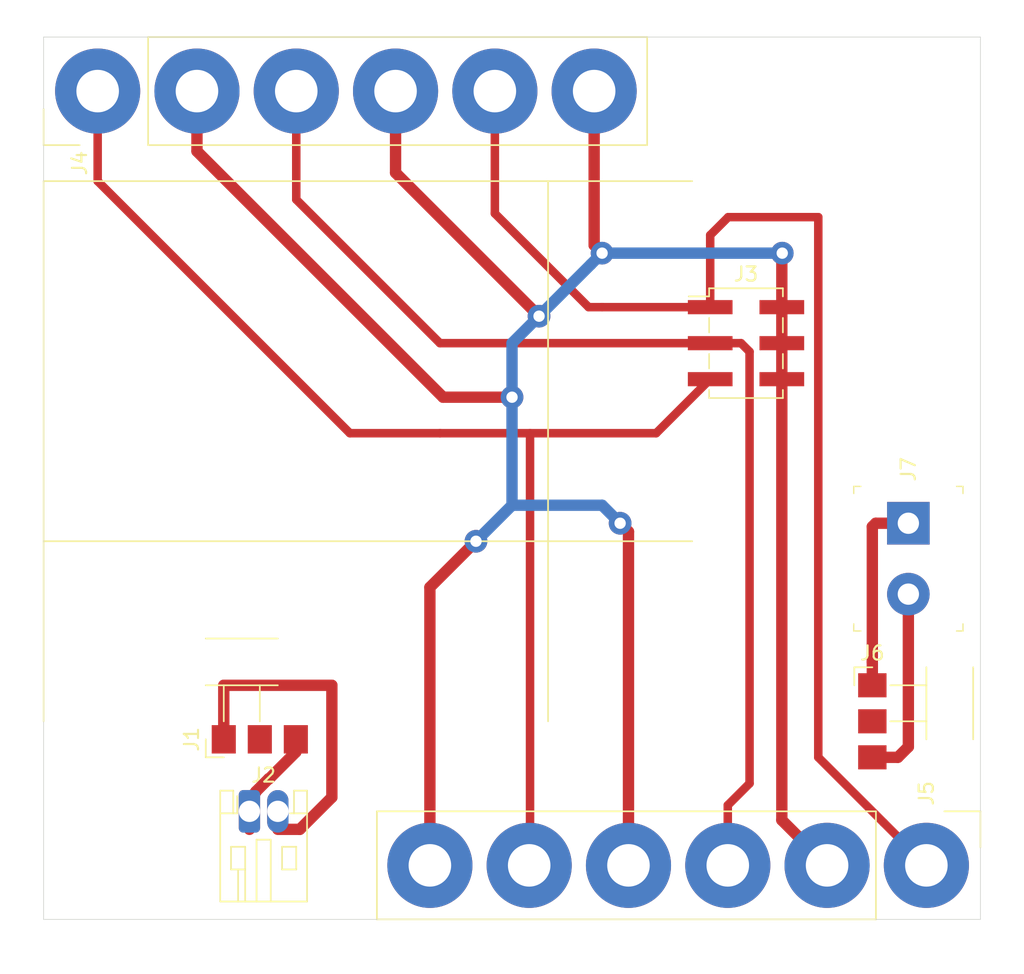
<source format=kicad_pcb>
(kicad_pcb (version 20171130) (host pcbnew "(5.1.5-0)")

  (general
    (thickness 1.6)
    (drawings 13)
    (tracks 77)
    (zones 0)
    (modules 7)
    (nets 9)
  )

  (page A4)
  (layers
    (0 F.Cu signal)
    (31 B.Cu signal)
    (32 B.Adhes user)
    (33 F.Adhes user)
    (34 B.Paste user)
    (35 F.Paste user)
    (36 B.SilkS user)
    (37 F.SilkS user)
    (38 B.Mask user)
    (39 F.Mask user)
    (40 Dwgs.User user hide)
    (41 Cmts.User user)
    (42 Eco1.User user)
    (43 Eco2.User user)
    (44 Edge.Cuts user)
    (45 Margin user)
    (46 B.CrtYd user)
    (47 F.CrtYd user)
    (48 B.Fab user)
    (49 F.Fab user)
  )

  (setup
    (last_trace_width 0.6)
    (trace_clearance 0.4)
    (zone_clearance 0.508)
    (zone_45_only no)
    (trace_min 0.2)
    (via_size 1.6)
    (via_drill 0.8)
    (via_min_size 0.4)
    (via_min_drill 0.3)
    (uvia_size 0.3)
    (uvia_drill 0.1)
    (uvias_allowed no)
    (uvia_min_size 0.2)
    (uvia_min_drill 0.1)
    (edge_width 0.05)
    (segment_width 0.2)
    (pcb_text_width 0.3)
    (pcb_text_size 1.5 1.5)
    (mod_edge_width 0.12)
    (mod_text_size 1 1)
    (mod_text_width 0.15)
    (pad_size 1.524 1.524)
    (pad_drill 0.762)
    (pad_to_mask_clearance 0.051)
    (solder_mask_min_width 0.25)
    (aux_axis_origin 0 0)
    (visible_elements FFFFFF7F)
    (pcbplotparams
      (layerselection 0x010fc_ffffffff)
      (usegerberextensions false)
      (usegerberattributes false)
      (usegerberadvancedattributes false)
      (creategerberjobfile false)
      (excludeedgelayer true)
      (linewidth 0.100000)
      (plotframeref false)
      (viasonmask false)
      (mode 1)
      (useauxorigin false)
      (hpglpennumber 1)
      (hpglpenspeed 20)
      (hpglpendiameter 15.000000)
      (psnegative false)
      (psa4output false)
      (plotreference true)
      (plotvalue true)
      (plotinvisibletext false)
      (padsonsilk false)
      (subtractmaskfromsilk false)
      (outputformat 1)
      (mirror false)
      (drillshape 1)
      (scaleselection 1)
      (outputdirectory ""))
  )

  (net 0 "")
  (net 1 /BAT-)
  (net 2 /BAT+)
  (net 3 /Pre_Vol+)
  (net 4 /Play_Stop)
  (net 5 /Next_Vol-)
  (net 6 /GND)
  (net 7 /SP+)
  (net 8 /SP-)

  (net_class Default "This is the default net class."
    (clearance 0.4)
    (trace_width 0.6)
    (via_dia 1.6)
    (via_drill 0.8)
    (uvia_dia 0.3)
    (uvia_drill 0.1)
    (add_net /Next_Vol-)
    (add_net /Play_Stop)
    (add_net /Pre_Vol+)
  )

  (net_class Power ""
    (clearance 0.4)
    (trace_width 0.8)
    (via_dia 1.6)
    (via_drill 0.8)
    (uvia_dia 0.3)
    (uvia_drill 0.1)
    (add_net /BAT+)
    (add_net /BAT-)
    (add_net /GND)
    (add_net /SP+)
    (add_net /SP-)
  )

  (module custom-footprints:PinHeader_1x06_P7mm_I3mm_Vertical (layer F.Cu) (tedit 5F858E42) (tstamp 5F859F92)
    (at 123.19 -6.35 90)
    (descr "Through hole straight pin header, 1x07, 2.54mm pitch, single row")
    (tags "Through hole pin header THT 1x07 2.54mm single row")
    (path /5FA79C2F)
    (fp_text reference J4 (at -5.08 -1.27 90) (layer F.SilkS)
      (effects (font (size 1 1) (thickness 0.15)))
    )
    (fp_text value IO_Sew_Top_1x6 (at -5.08 27.94 180) (layer F.Fab)
      (effects (font (size 1 1) (thickness 0.15)))
    )
    (fp_line (start -3.81 -3.81) (end -1.27 -3.81) (layer F.SilkS) (width 0.12))
    (fp_line (start -3.81 -1.27) (end -3.81 -3.81) (layer F.SilkS) (width 0.12))
    (fp_text user %R (at 0 7.62) (layer F.Fab)
      (effects (font (size 1 1) (thickness 0.15)))
    )
    (fp_line (start -3.81 3.556) (end 3.81 3.556) (layer F.SilkS) (width 0.12))
    (fp_line (start 3.81 3.556) (end 3.81 38.735) (layer F.SilkS) (width 0.12))
    (fp_line (start -3.81 3.556) (end -3.81 38.735) (layer F.SilkS) (width 0.12))
    (fp_line (start -3.81 38.735) (end 3.81 38.735) (layer F.SilkS) (width 0.12))
    (pad 6 thru_hole oval (at 0 35 90) (size 6 6) (drill 3) (layers *.Cu *.Mask)
      (net 6 /GND))
    (pad 5 thru_hole oval (at 0 28 90) (size 6 6) (drill 3) (layers *.Cu *.Mask)
      (net 5 /Next_Vol-))
    (pad 4 thru_hole oval (at 0 21 90) (size 6 6) (drill 3) (layers *.Cu *.Mask)
      (net 6 /GND))
    (pad 3 thru_hole oval (at 0 14 90) (size 6 6) (drill 3) (layers *.Cu *.Mask)
      (net 4 /Play_Stop))
    (pad 2 thru_hole oval (at 0 7 90) (size 6 6) (drill 3) (layers *.Cu *.Mask)
      (net 6 /GND))
    (pad 1 thru_hole oval (at 0 0 90) (size 6 6) (drill 3) (layers *.Cu *.Mask)
      (net 3 /Pre_Vol+))
    (model ${KISYS3DMOD}/Connector_PinHeader_2.54mm.3dshapes/PinHeader_1x07_P2.54mm_Vertical.wrl
      (at (xyz 0 0 0))
      (scale (xyz 1 1 1))
      (rotate (xyz 0 0 0))
    )
  )

  (module custom-footprints:PinHeader_1x06_P7mm_I3mm_Vertical (layer F.Cu) (tedit 5F858E42) (tstamp 5F859FA3)
    (at 181.61 48.26 270)
    (descr "Through hole straight pin header, 1x07, 2.54mm pitch, single row")
    (tags "Through hole pin header THT 1x07 2.54mm single row")
    (path /5FA84A36)
    (fp_text reference J5 (at -5.08 0 90) (layer F.SilkS)
      (effects (font (size 1 1) (thickness 0.15)))
    )
    (fp_text value IO_Sew_Bottom_1x6 (at -6.35 22.86) (layer F.Fab)
      (effects (font (size 1 1) (thickness 0.15)))
    )
    (fp_line (start -3.81 -3.81) (end -1.27 -3.81) (layer F.SilkS) (width 0.12))
    (fp_line (start -3.81 -1.27) (end -3.81 -3.81) (layer F.SilkS) (width 0.12))
    (fp_text user %R (at 0 7.62) (layer F.Fab)
      (effects (font (size 1 1) (thickness 0.15)))
    )
    (fp_line (start -3.81 3.556) (end 3.81 3.556) (layer F.SilkS) (width 0.12))
    (fp_line (start 3.81 3.556) (end 3.81 38.735) (layer F.SilkS) (width 0.12))
    (fp_line (start -3.81 3.556) (end -3.81 38.735) (layer F.SilkS) (width 0.12))
    (fp_line (start -3.81 38.735) (end 3.81 38.735) (layer F.SilkS) (width 0.12))
    (pad 6 thru_hole oval (at 0 35 270) (size 6 6) (drill 3) (layers *.Cu *.Mask)
      (net 6 /GND))
    (pad 5 thru_hole oval (at 0 28 270) (size 6 6) (drill 3) (layers *.Cu *.Mask)
      (net 3 /Pre_Vol+))
    (pad 4 thru_hole oval (at 0 21 270) (size 6 6) (drill 3) (layers *.Cu *.Mask)
      (net 6 /GND))
    (pad 3 thru_hole oval (at 0 14 270) (size 6 6) (drill 3) (layers *.Cu *.Mask)
      (net 4 /Play_Stop))
    (pad 2 thru_hole oval (at 0 7 270) (size 6 6) (drill 3) (layers *.Cu *.Mask)
      (net 6 /GND))
    (pad 1 thru_hole oval (at 0 0 270) (size 6 6) (drill 3) (layers *.Cu *.Mask)
      (net 5 /Next_Vol-))
    (model ${KISYS3DMOD}/Connector_PinHeader_2.54mm.3dshapes/PinHeader_1x07_P2.54mm_Vertical.wrl
      (at (xyz 0 0 0))
      (scale (xyz 1 1 1))
      (rotate (xyz 0 0 0))
    )
  )

  (module custom-footprints:Term_Block_1x2_P5mm_I1.5mm (layer F.Cu) (tedit 5F85922B) (tstamp 5F859FF7)
    (at 180.34 24.13 270)
    (descr http://www.on-shore.com/wp-content/uploads/2015/09/osttcxx0162.pdf)
    (path /5FA8FE82)
    (fp_text reference J7 (at -3.81 0 90) (layer F.SilkS)
      (effects (font (size 1 1) (thickness 0.15)))
    )
    (fp_text value Speaker_1x2 (at 2.05 5.05 90) (layer F.Fab)
      (effects (font (size 1 1) (thickness 0.15)))
    )
    (fp_line (start -2.5 -3.75) (end -2.5 3.75) (layer F.Fab) (width 0.1))
    (fp_line (start -2.75 -4) (end -2.75 4) (layer F.CrtYd) (width 0.05))
    (fp_line (start 7.5 -3.75) (end -2.5 -3.75) (layer F.Fab) (width 0.1))
    (fp_line (start 7.5 3.75) (end -2.5 3.75) (layer F.Fab) (width 0.1))
    (fp_line (start 7.5 -3.75) (end 7.5 3.75) (layer F.Fab) (width 0.1))
    (fp_line (start -2.75 4) (end 7.75 4) (layer F.CrtYd) (width 0.05))
    (fp_line (start 7.75 -4) (end 7.75 4) (layer F.CrtYd) (width 0.05))
    (fp_line (start -2.75 -4) (end 7.75 -4) (layer F.CrtYd) (width 0.05))
    (fp_line (start 7.6 -3.85) (end 7.1 -3.85) (layer F.SilkS) (width 0.1))
    (fp_line (start 7.6 -3.85) (end 7.6 -3.4) (layer F.SilkS) (width 0.1))
    (fp_line (start -2.6 -3.85) (end -2.6 -3.4) (layer F.SilkS) (width 0.1))
    (fp_line (start -2.6 -3.85) (end -2.1 -3.85) (layer F.SilkS) (width 0.1))
    (fp_line (start -2.6 3.85) (end -2.1 3.85) (layer F.SilkS) (width 0.1))
    (fp_line (start -2.6 3.85) (end -2.6 3.35) (layer F.SilkS) (width 0.1))
    (fp_line (start 7.6 3.85) (end 7.6 3.35) (layer F.SilkS) (width 0.1))
    (fp_line (start 7.6 3.85) (end 7.1 3.85) (layer F.SilkS) (width 0.1))
    (fp_text user %R (at 2.5 0 90) (layer F.Fab)
      (effects (font (size 1 1) (thickness 0.15)))
    )
    (pad 2 thru_hole circle (at 5 0 270) (size 3 3) (drill 1.5) (layers *.Cu *.Mask)
      (net 7 /SP+))
    (pad 1 thru_hole rect (at 0 0 270) (size 3 3) (drill 1.5) (layers *.Cu *.Mask)
      (net 8 /SP-))
  )

  (module custom-footprints:Female_Header_1x03_P2.54mm_Horizontal (layer F.Cu) (tedit 5F85993B) (tstamp 5F85B0AD)
    (at 132.08 39.37 90)
    (descr "Through hole angled pin header, 1x02, 2.54mm pitch, 6mm pin length, single row")
    (tags "Through hole angled pin header THT 1x02 2.54mm single row")
    (path /5FA780CA)
    (fp_text reference J1 (at 0 -2.27 90) (layer F.SilkS)
      (effects (font (size 1 1) (thickness 0.15)))
    )
    (fp_text value BAT_Translation_1x3 (at 5.08 5.08 180) (layer F.Fab)
      (effects (font (size 1 1) (thickness 0.15)))
    )
    (fp_line (start -0.32 -0.32) (end -0.32 0.32) (layer F.Fab) (width 0.1))
    (fp_line (start -0.32 2.22) (end -0.32 2.86) (layer F.Fab) (width 0.1))
    (fp_line (start -1.27 0) (end -1.27 -1.27) (layer F.SilkS) (width 0.12))
    (fp_line (start -1.27 -1.27) (end 0 -1.27) (layer F.SilkS) (width 0.12))
    (fp_line (start 3.81 -1.27) (end 3.81 3.81) (layer F.SilkS) (width 0.12))
    (fp_line (start 7.11 -1.27) (end 7.11 3.81) (layer F.SilkS) (width 0.12))
    (fp_line (start 1.27 0) (end 3.81 0) (layer F.SilkS) (width 0.12))
    (fp_line (start 1.27 2.54) (end 3.81 2.54) (layer F.SilkS) (width 0.12))
    (pad 1 smd rect (at 0 0 90) (size 2 1.7) (layers F.Cu F.Paste F.Mask)
      (net 1 /BAT-))
    (pad 2 smd rect (at 0 2.54 90) (size 2 1.7) (layers F.Cu F.Paste F.Mask))
    (pad 3 smd rect (at 0 5.08 90) (size 2 1.7) (layers F.Cu F.Paste F.Mask)
      (net 2 /BAT+))
    (model ${KISYS3DMOD}/Connector_PinHeader_2.54mm.3dshapes/PinHeader_1x02_P2.54mm_Horizontal.wrl
      (at (xyz 0 0 0))
      (scale (xyz 1 1 1))
      (rotate (xyz 0 0 0))
    )
  )

  (module custom-footprints:Female_Header_1x03_P2.54mm_Horizontal (layer F.Cu) (tedit 5F85993B) (tstamp 5F85B0BB)
    (at 177.8 35.56)
    (descr "Through hole angled pin header, 1x02, 2.54mm pitch, 6mm pin length, single row")
    (tags "Through hole angled pin header THT 1x02 2.54mm single row")
    (path /5FA8FE7B)
    (fp_text reference J6 (at 0 -2.27) (layer F.SilkS)
      (effects (font (size 1 1) (thickness 0.15)))
    )
    (fp_text value Speaker_Translation_1x3 (at -5.08 -2.54 90) (layer F.Fab)
      (effects (font (size 1 1) (thickness 0.15)))
    )
    (fp_line (start -0.32 -0.32) (end -0.32 0.32) (layer F.Fab) (width 0.1))
    (fp_line (start -0.32 2.22) (end -0.32 2.86) (layer F.Fab) (width 0.1))
    (fp_line (start -1.27 0) (end -1.27 -1.27) (layer F.SilkS) (width 0.12))
    (fp_line (start -1.27 -1.27) (end 0 -1.27) (layer F.SilkS) (width 0.12))
    (fp_line (start 3.81 -1.27) (end 3.81 3.81) (layer F.SilkS) (width 0.12))
    (fp_line (start 7.11 -1.27) (end 7.11 3.81) (layer F.SilkS) (width 0.12))
    (fp_line (start 1.27 0) (end 3.81 0) (layer F.SilkS) (width 0.12))
    (fp_line (start 1.27 2.54) (end 3.81 2.54) (layer F.SilkS) (width 0.12))
    (pad 1 smd rect (at 0 0) (size 2 1.7) (layers F.Cu F.Paste F.Mask)
      (net 8 /SP-))
    (pad 2 smd rect (at 0 2.54) (size 2 1.7) (layers F.Cu F.Paste F.Mask))
    (pad 3 smd rect (at 0 5.08) (size 2 1.7) (layers F.Cu F.Paste F.Mask)
      (net 7 /SP+))
    (model ${KISYS3DMOD}/Connector_PinHeader_2.54mm.3dshapes/PinHeader_1x02_P2.54mm_Horizontal.wrl
      (at (xyz 0 0 0))
      (scale (xyz 1 1 1))
      (rotate (xyz 0 0 0))
    )
  )

  (module Connector_PinHeader_2.54mm:PinHeader_2x03_P2.54mm_Vertical_SMD (layer F.Cu) (tedit 59FED5CC) (tstamp 5F85BA40)
    (at 168.895 11.43)
    (descr "surface-mounted straight pin header, 2x03, 2.54mm pitch, double rows")
    (tags "Surface mounted pin header SMD 2x03 2.54mm double row")
    (path /5FA99C31)
    (attr smd)
    (fp_text reference J3 (at 0 -4.87) (layer F.SilkS)
      (effects (font (size 1 1) (thickness 0.15)))
    )
    (fp_text value Buttom_Pads_2x3 (at 0 4.87) (layer F.Fab)
      (effects (font (size 1 1) (thickness 0.15)))
    )
    (fp_line (start 2.54 3.81) (end -2.54 3.81) (layer F.Fab) (width 0.1))
    (fp_line (start -1.59 -3.81) (end 2.54 -3.81) (layer F.Fab) (width 0.1))
    (fp_line (start -2.54 3.81) (end -2.54 -2.86) (layer F.Fab) (width 0.1))
    (fp_line (start -2.54 -2.86) (end -1.59 -3.81) (layer F.Fab) (width 0.1))
    (fp_line (start 2.54 -3.81) (end 2.54 3.81) (layer F.Fab) (width 0.1))
    (fp_line (start -2.54 -2.86) (end -3.6 -2.86) (layer F.Fab) (width 0.1))
    (fp_line (start -3.6 -2.86) (end -3.6 -2.22) (layer F.Fab) (width 0.1))
    (fp_line (start -3.6 -2.22) (end -2.54 -2.22) (layer F.Fab) (width 0.1))
    (fp_line (start 2.54 -2.86) (end 3.6 -2.86) (layer F.Fab) (width 0.1))
    (fp_line (start 3.6 -2.86) (end 3.6 -2.22) (layer F.Fab) (width 0.1))
    (fp_line (start 3.6 -2.22) (end 2.54 -2.22) (layer F.Fab) (width 0.1))
    (fp_line (start -2.54 -0.32) (end -3.6 -0.32) (layer F.Fab) (width 0.1))
    (fp_line (start -3.6 -0.32) (end -3.6 0.32) (layer F.Fab) (width 0.1))
    (fp_line (start -3.6 0.32) (end -2.54 0.32) (layer F.Fab) (width 0.1))
    (fp_line (start 2.54 -0.32) (end 3.6 -0.32) (layer F.Fab) (width 0.1))
    (fp_line (start 3.6 -0.32) (end 3.6 0.32) (layer F.Fab) (width 0.1))
    (fp_line (start 3.6 0.32) (end 2.54 0.32) (layer F.Fab) (width 0.1))
    (fp_line (start -2.54 2.22) (end -3.6 2.22) (layer F.Fab) (width 0.1))
    (fp_line (start -3.6 2.22) (end -3.6 2.86) (layer F.Fab) (width 0.1))
    (fp_line (start -3.6 2.86) (end -2.54 2.86) (layer F.Fab) (width 0.1))
    (fp_line (start 2.54 2.22) (end 3.6 2.22) (layer F.Fab) (width 0.1))
    (fp_line (start 3.6 2.22) (end 3.6 2.86) (layer F.Fab) (width 0.1))
    (fp_line (start 3.6 2.86) (end 2.54 2.86) (layer F.Fab) (width 0.1))
    (fp_line (start -2.6 -3.87) (end 2.6 -3.87) (layer F.SilkS) (width 0.12))
    (fp_line (start -2.6 3.87) (end 2.6 3.87) (layer F.SilkS) (width 0.12))
    (fp_line (start -4.04 -3.3) (end -2.6 -3.3) (layer F.SilkS) (width 0.12))
    (fp_line (start -2.6 -3.87) (end -2.6 -3.3) (layer F.SilkS) (width 0.12))
    (fp_line (start 2.6 -3.87) (end 2.6 -3.3) (layer F.SilkS) (width 0.12))
    (fp_line (start -2.6 3.3) (end -2.6 3.87) (layer F.SilkS) (width 0.12))
    (fp_line (start 2.6 3.3) (end 2.6 3.87) (layer F.SilkS) (width 0.12))
    (fp_line (start -2.6 -1.78) (end -2.6 -0.76) (layer F.SilkS) (width 0.12))
    (fp_line (start 2.6 -1.78) (end 2.6 -0.76) (layer F.SilkS) (width 0.12))
    (fp_line (start -2.6 0.76) (end -2.6 1.78) (layer F.SilkS) (width 0.12))
    (fp_line (start 2.6 0.76) (end 2.6 1.78) (layer F.SilkS) (width 0.12))
    (fp_line (start -5.9 -4.35) (end -5.9 4.35) (layer F.CrtYd) (width 0.05))
    (fp_line (start -5.9 4.35) (end 5.9 4.35) (layer F.CrtYd) (width 0.05))
    (fp_line (start 5.9 4.35) (end 5.9 -4.35) (layer F.CrtYd) (width 0.05))
    (fp_line (start 5.9 -4.35) (end -5.9 -4.35) (layer F.CrtYd) (width 0.05))
    (fp_text user %R (at 0 0 90) (layer F.Fab)
      (effects (font (size 1 1) (thickness 0.15)))
    )
    (pad 1 smd rect (at -2.525 -2.54) (size 3.15 1) (layers F.Cu F.Paste F.Mask)
      (net 5 /Next_Vol-))
    (pad 2 smd rect (at 2.525 -2.54) (size 3.15 1) (layers F.Cu F.Paste F.Mask)
      (net 6 /GND))
    (pad 3 smd rect (at -2.525 0) (size 3.15 1) (layers F.Cu F.Paste F.Mask)
      (net 4 /Play_Stop))
    (pad 4 smd rect (at 2.525 0) (size 3.15 1) (layers F.Cu F.Paste F.Mask)
      (net 6 /GND))
    (pad 5 smd rect (at -2.525 2.54) (size 3.15 1) (layers F.Cu F.Paste F.Mask)
      (net 3 /Pre_Vol+))
    (pad 6 smd rect (at 2.525 2.54) (size 3.15 1) (layers F.Cu F.Paste F.Mask)
      (net 6 /GND))
    (model ${KISYS3DMOD}/Connector_PinHeader_2.54mm.3dshapes/PinHeader_2x03_P2.54mm_Vertical_SMD.wrl
      (at (xyz 0 0 0))
      (scale (xyz 1 1 1))
      (rotate (xyz 0 0 0))
    )
  )

  (module custom-footprints:JST_PH_S2B-PH-K_1x02_P2.00mm_I1.5mm_Horizontal (layer F.Cu) (tedit 5F85BDD7) (tstamp 5F85C20B)
    (at 133.89 44.45)
    (descr "JST PH series connector, S2B-PH-K (http://www.jst-mfg.com/product/pdf/eng/ePH.pdf), generated with kicad-footprint-generator")
    (tags "connector JST PH top entry")
    (path /5FA78BC9)
    (fp_text reference J2 (at 1 -2.55) (layer F.SilkS)
      (effects (font (size 1 1) (thickness 0.15)))
    )
    (fp_text value LiPo_BAT_1x2 (at -8.16 5.08) (layer F.Fab)
      (effects (font (size 1 1) (thickness 0.15)))
    )
    (fp_line (start -0.86 0.14) (end -1.14 0.14) (layer F.SilkS) (width 0.12))
    (fp_line (start -1.14 0.14) (end -1.14 -1.46) (layer F.SilkS) (width 0.12))
    (fp_line (start -1.14 -1.46) (end -2.06 -1.46) (layer F.SilkS) (width 0.12))
    (fp_line (start -2.06 -1.46) (end -2.06 6.36) (layer F.SilkS) (width 0.12))
    (fp_line (start -2.06 6.36) (end 4.06 6.36) (layer F.SilkS) (width 0.12))
    (fp_line (start 4.06 6.36) (end 4.06 -1.46) (layer F.SilkS) (width 0.12))
    (fp_line (start 4.06 -1.46) (end 3.14 -1.46) (layer F.SilkS) (width 0.12))
    (fp_line (start 3.14 -1.46) (end 3.14 0.14) (layer F.SilkS) (width 0.12))
    (fp_line (start 3.14 0.14) (end 2.86 0.14) (layer F.SilkS) (width 0.12))
    (fp_line (start 0.5 6.36) (end 0.5 2) (layer F.SilkS) (width 0.12))
    (fp_line (start 0.5 2) (end 1.5 2) (layer F.SilkS) (width 0.12))
    (fp_line (start 1.5 2) (end 1.5 6.36) (layer F.SilkS) (width 0.12))
    (fp_line (start -2.06 0.14) (end -1.14 0.14) (layer F.SilkS) (width 0.12))
    (fp_line (start 4.06 0.14) (end 3.14 0.14) (layer F.SilkS) (width 0.12))
    (fp_line (start -1.3 2.5) (end -1.3 4.1) (layer F.SilkS) (width 0.12))
    (fp_line (start -1.3 4.1) (end -0.3 4.1) (layer F.SilkS) (width 0.12))
    (fp_line (start -0.3 4.1) (end -0.3 2.5) (layer F.SilkS) (width 0.12))
    (fp_line (start -0.3 2.5) (end -1.3 2.5) (layer F.SilkS) (width 0.12))
    (fp_line (start 3.3 2.5) (end 3.3 4.1) (layer F.SilkS) (width 0.12))
    (fp_line (start 3.3 4.1) (end 2.3 4.1) (layer F.SilkS) (width 0.12))
    (fp_line (start 2.3 4.1) (end 2.3 2.5) (layer F.SilkS) (width 0.12))
    (fp_line (start 2.3 2.5) (end 3.3 2.5) (layer F.SilkS) (width 0.12))
    (fp_line (start -0.3 4.1) (end -0.3 6.36) (layer F.SilkS) (width 0.12))
    (fp_line (start -0.8 4.1) (end -0.8 6.36) (layer F.SilkS) (width 0.12))
    (fp_line (start -2.45 -1.85) (end -2.45 6.75) (layer F.CrtYd) (width 0.05))
    (fp_line (start -2.45 6.75) (end 4.45 6.75) (layer F.CrtYd) (width 0.05))
    (fp_line (start 4.45 6.75) (end 4.45 -1.85) (layer F.CrtYd) (width 0.05))
    (fp_line (start 4.45 -1.85) (end -2.45 -1.85) (layer F.CrtYd) (width 0.05))
    (fp_line (start -1.25 0.25) (end -1.25 -1.35) (layer F.Fab) (width 0.1))
    (fp_line (start -1.25 -1.35) (end -1.95 -1.35) (layer F.Fab) (width 0.1))
    (fp_line (start -1.95 -1.35) (end -1.95 6.25) (layer F.Fab) (width 0.1))
    (fp_line (start -1.95 6.25) (end 3.95 6.25) (layer F.Fab) (width 0.1))
    (fp_line (start 3.95 6.25) (end 3.95 -1.35) (layer F.Fab) (width 0.1))
    (fp_line (start 3.95 -1.35) (end 3.25 -1.35) (layer F.Fab) (width 0.1))
    (fp_line (start 3.25 -1.35) (end 3.25 0.25) (layer F.Fab) (width 0.1))
    (fp_line (start 3.25 0.25) (end -1.25 0.25) (layer F.Fab) (width 0.1))
    (fp_line (start -0.86 0.14) (end -0.86 -1.075) (layer F.SilkS) (width 0.12))
    (fp_line (start 0 0.875) (end -0.5 1.375) (layer F.Fab) (width 0.1))
    (fp_line (start -0.5 1.375) (end 0.5 1.375) (layer F.Fab) (width 0.1))
    (fp_line (start 0.5 1.375) (end 0 0.875) (layer F.Fab) (width 0.1))
    (fp_text user %R (at 1 2.5) (layer F.Fab)
      (effects (font (size 1 1) (thickness 0.15)))
    )
    (pad 1 thru_hole roundrect (at 0 0) (size 1.5 3) (drill 1.5) (layers *.Cu *.Mask) (roundrect_rratio 0.208)
      (net 2 /BAT+))
    (pad 2 thru_hole oval (at 2 0) (size 1.5 3) (drill 1.5) (layers *.Cu *.Mask)
      (net 1 /BAT-))
    (model ${KISYS3DMOD}/Connector_JST.3dshapes/JST_PH_S2B-PH-K_1x02_P2.00mm_Horizontal.wrl
      (at (xyz 0 0 0))
      (scale (xyz 1 1 1))
      (rotate (xyz 0 0 0))
    )
  )

  (gr_line (start 188.42 55.88) (end 116.38 55.88) (layer Margin) (width 0.15) (tstamp 5F85BEE9))
  (gr_line (start 188.42 -12.7) (end 188.42 55.88) (layer Margin) (width 0.15))
  (gr_line (start 116.38 -12.7) (end 188.42 -12.7) (layer Margin) (width 0.15))
  (gr_line (start 116.38 55.88) (end 116.38 -12.7) (layer Margin) (width 0.15))
  (gr_poly (pts (xy 185.42 52.07) (xy 119.38 52.07) (xy 119.38 -10.16) (xy 185.42 -10.16)) (layer Dwgs.User) (width 0.1))
  (gr_line (start 119.38 52.07) (end 119.38 -10.16) (layer Edge.Cuts) (width 0.05) (tstamp 5F85BEA4))
  (gr_line (start 185.42 52.07) (end 119.38 52.07) (layer Edge.Cuts) (width 0.05))
  (gr_line (start 185.42 -10.16) (end 185.42 52.07) (layer Edge.Cuts) (width 0.05))
  (gr_line (start 119.38 -10.16) (end 185.42 -10.16) (layer Edge.Cuts) (width 0.05))
  (gr_line (start 119.38 38.1) (end 119.38 0) (layer F.SilkS) (width 0.12) (tstamp 5F85A499))
  (gr_line (start 165.1 25.4) (end 119.38 25.4) (layer F.SilkS) (width 0.12))
  (gr_line (start 154.94 0) (end 154.94 38.1) (layer F.SilkS) (width 0.12))
  (gr_line (start 119.38 0) (end 165.1 0) (layer F.SilkS) (width 0.12))

  (segment (start 137.44 45.72) (end 135.89 45.72) (width 0.8) (layer F.Cu) (net 1) (status 20))
  (segment (start 139.7 43.46) (end 137.44 45.72) (width 0.8) (layer F.Cu) (net 1))
  (segment (start 139.7 35.56) (end 139.7 43.46) (width 0.8) (layer F.Cu) (net 1))
  (segment (start 132.080001 35.56) (end 139.7 35.56) (width 0.8) (layer F.Cu) (net 1))
  (segment (start 132.08 39.37) (end 132.080001 35.56) (width 0.8) (layer F.Cu) (net 1) (status 10))
  (segment (start 133.89 44.72) (end 133.89 45.72) (width 0.8) (layer F.Cu) (net 2) (status 30))
  (segment (start 134.33999 43.09001) (end 133.89 43.54) (width 0.8) (layer F.Cu) (net 2) (status 30))
  (segment (start 137.16 39.37) (end 137.16 40.27) (width 0.8) (layer F.Cu) (net 2) (status 30))
  (segment (start 134.33999 43.057965) (end 134.33999 43.09001) (width 0.8) (layer F.Cu) (net 2) (status 30))
  (segment (start 135.247965 42.14999) (end 134.33999 43.057965) (width 0.8) (layer F.Cu) (net 2) (status 20))
  (segment (start 135.28001 42.14999) (end 135.247965 42.14999) (width 0.8) (layer F.Cu) (net 2))
  (segment (start 133.89 43.54) (end 133.89 44.72) (width 0.8) (layer F.Cu) (net 2) (status 30))
  (segment (start 137.16 40.27) (end 135.28001 42.14999) (width 0.8) (layer F.Cu) (net 2) (status 10))
  (segment (start 166.37 3.81) (end 167.64 2.54) (width 0.6) (layer F.Cu) (net 5))
  (segment (start 173.99 40.64) (end 178.610001 45.260001) (width 0.6) (layer F.Cu) (net 5))
  (segment (start 167.64 2.54) (end 173.99 2.54) (width 0.6) (layer F.Cu) (net 5))
  (segment (start 173.99 2.54) (end 173.99 40.64) (width 0.6) (layer F.Cu) (net 5))
  (segment (start 157.799998 8.89) (end 158.75 8.89) (width 0.6) (layer F.Cu) (net 5))
  (segment (start 151.19 2.280002) (end 157.799998 8.89) (width 0.6) (layer F.Cu) (net 5))
  (segment (start 151.19 -6.35) (end 151.19 2.280002) (width 0.6) (layer F.Cu) (net 5) (status 10))
  (segment (start 158.75 8.89) (end 166.37 8.89) (width 0.6) (layer F.Cu) (net 5) (status 20))
  (segment (start 166.37 8.89) (end 166.37 3.81) (width 0.6) (layer F.Cu) (net 5) (status 10))
  (segment (start 178.610001 45.260001) (end 181.61 48.26) (width 0.6) (layer F.Cu) (net 5) (status 20))
  (segment (start 167.61 44.01736) (end 167.61 48.26) (width 0.6) (layer F.Cu) (net 4) (status 20))
  (segment (start 169.144999 42.482361) (end 167.61 44.01736) (width 0.6) (layer F.Cu) (net 4))
  (segment (start 169.144999 12.029999) (end 169.144999 42.482361) (width 0.6) (layer F.Cu) (net 4))
  (segment (start 168.545 11.43) (end 169.144999 12.029999) (width 0.6) (layer F.Cu) (net 4))
  (segment (start 166.37 11.43) (end 168.545 11.43) (width 0.6) (layer F.Cu) (net 4) (status 10))
  (segment (start 147.32 11.43) (end 166.37 11.43) (width 0.6) (layer F.Cu) (net 4) (status 20))
  (segment (start 137.19 1.3) (end 147.32 11.43) (width 0.6) (layer F.Cu) (net 4))
  (segment (start 137.19 -6.35) (end 137.19 1.3) (width 0.6) (layer F.Cu) (net 4) (status 10))
  (segment (start 147.32 17.78) (end 162.56 17.78) (width 0.6) (layer F.Cu) (net 3))
  (segment (start 147.32 17.78) (end 140.97 17.78) (width 0.6) (layer F.Cu) (net 3))
  (segment (start 123.19 0) (end 140.97 17.78) (width 0.6) (layer F.Cu) (net 3))
  (segment (start 123.19 -6.35) (end 123.19 0) (width 0.6) (layer F.Cu) (net 3) (status 10))
  (segment (start 153.67 17.78) (end 153.67 48.2) (width 0.6) (layer F.Cu) (net 3) (status 20))
  (segment (start 153.67 48.2) (end 153.61 48.26) (width 0.6) (layer F.Cu) (net 3) (status 30))
  (segment (start 162.56 17.78) (end 166.37 13.97) (width 0.6) (layer F.Cu) (net 3) (status 20))
  (segment (start 171.42 11.43) (end 171.42 8.89) (width 0.8) (layer F.Cu) (net 6) (status 30))
  (segment (start 171.42 11.43) (end 171.42 13.97) (width 0.8) (layer F.Cu) (net 6) (status 30))
  (segment (start 171.42 45.07) (end 174.61 48.26) (width 0.8) (layer F.Cu) (net 6) (status 20))
  (segment (start 171.42 13.97) (end 171.42 45.07) (width 0.8) (layer F.Cu) (net 6) (status 10))
  (segment (start 147.53736 15.24) (end 152.4 15.24) (width 0.8) (layer F.Cu) (net 6))
  (via (at 152.4 15.24) (size 1.6) (drill 0.8) (layers F.Cu B.Cu) (net 6))
  (segment (start 130.19 -2.10736) (end 147.53736 15.24) (width 0.8) (layer F.Cu) (net 6))
  (segment (start 130.19 -6.35) (end 130.19 -2.10736) (width 0.8) (layer F.Cu) (net 6) (status 10))
  (via (at 149.86 25.4) (size 1.6) (drill 0.8) (layers F.Cu B.Cu) (net 6))
  (segment (start 146.61 28.65) (end 149.86 25.4) (width 0.8) (layer F.Cu) (net 6))
  (segment (start 146.61 48.26) (end 146.61 28.65) (width 0.8) (layer F.Cu) (net 6) (status 10))
  (segment (start 152.4 22.86) (end 152.4 15.24) (width 0.8) (layer B.Cu) (net 6))
  (segment (start 149.86 25.4) (end 152.4 22.86) (width 0.8) (layer B.Cu) (net 6))
  (segment (start 160.61 24.72) (end 160.02 24.13) (width 0.8) (layer F.Cu) (net 6))
  (via (at 160.02 24.13) (size 1.6) (drill 0.8) (layers F.Cu B.Cu) (net 6))
  (segment (start 160.61 48.26) (end 160.61 24.72) (width 0.8) (layer F.Cu) (net 6) (status 10))
  (segment (start 158.75 22.86) (end 152.4 22.86) (width 0.8) (layer B.Cu) (net 6))
  (segment (start 160.02 24.13) (end 158.75 22.86) (width 0.8) (layer B.Cu) (net 6))
  (via (at 171.45 5.08) (size 1.6) (drill 0.8) (layers F.Cu B.Cu) (net 6))
  (segment (start 171.42 8.89) (end 171.42 5.11) (width 0.8) (layer F.Cu) (net 6) (status 10))
  (segment (start 171.42 5.11) (end 171.45 5.08) (width 0.8) (layer F.Cu) (net 6))
  (segment (start 171.45 5.08) (end 158.749976 5.08) (width 0.8) (layer B.Cu) (net 6))
  (via (at 158.749976 5.08) (size 1.6) (drill 0.8) (layers F.Cu B.Cu) (net 6))
  (segment (start 158.19 -6.35) (end 158.19 4.520024) (width 0.8) (layer F.Cu) (net 6) (status 10))
  (segment (start 152.4 15.24) (end 152.4 11.429976) (width 0.8) (layer B.Cu) (net 6))
  (segment (start 157.949977 5.879999) (end 158.749976 5.08) (width 0.8) (layer B.Cu) (net 6))
  (segment (start 158.19 4.520024) (end 158.749976 5.08) (width 0.8) (layer F.Cu) (net 6))
  (segment (start 144.19 -0.59) (end 154.304988 9.524988) (width 0.8) (layer F.Cu) (net 6))
  (segment (start 154.304988 9.524988) (end 157.949977 5.879999) (width 0.8) (layer B.Cu) (net 6))
  (via (at 154.304988 9.524988) (size 1.6) (drill 0.8) (layers F.Cu B.Cu) (net 6))
  (segment (start 144.19 -6.35) (end 144.19 -0.59) (width 0.8) (layer F.Cu) (net 6) (status 10))
  (segment (start 152.4 11.429976) (end 154.304988 9.524988) (width 0.8) (layer B.Cu) (net 6))
  (segment (start 179.6 40.64) (end 177.8 40.64) (width 0.8) (layer F.Cu) (net 7) (status 20))
  (segment (start 180.34 39.9) (end 179.6 40.64) (width 0.8) (layer F.Cu) (net 7))
  (segment (start 180.34 29.13) (end 180.34 39.9) (width 0.8) (layer F.Cu) (net 7) (status 10))
  (segment (start 177.8 24.37) (end 177.8 33.91) (width 0.8) (layer F.Cu) (net 8))
  (segment (start 177.8 33.91) (end 177.8 35.56) (width 0.8) (layer F.Cu) (net 8) (status 20))
  (segment (start 178.04 24.13) (end 177.8 24.37) (width 0.8) (layer F.Cu) (net 8))
  (segment (start 180.34 24.13) (end 178.04 24.13) (width 0.8) (layer F.Cu) (net 8) (status 10))

)

</source>
